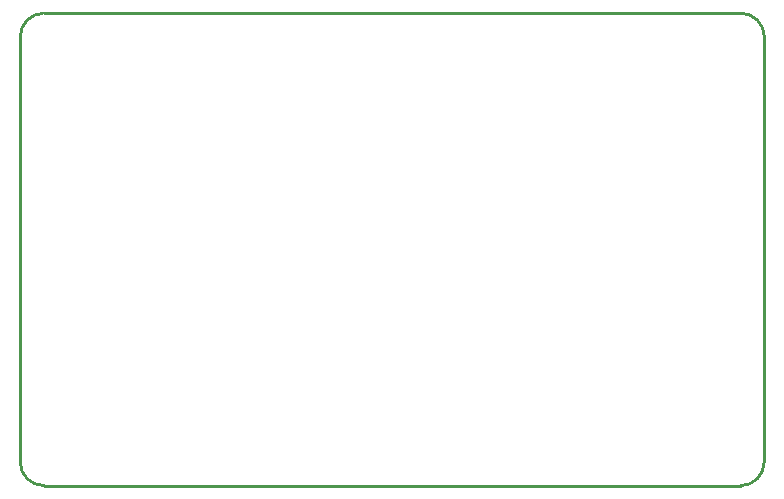
<source format=gko>
G04 Layer: BoardOutlineLayer*
G04 EasyEDA Pro v2.2.43.4, 2025-12-31 16:20:31*
G04 Gerber Generator version 0.3*
G04 Scale: 100 percent, Rotated: No, Reflected: No*
G04 Dimensions in millimeters*
G04 Leading zeros omitted, absolute positions, 4 integers and 5 decimals*
G04 Generated by one-click*
%FSLAX45Y45*%
%MOMM*%
%ADD10C,0.254*%
%ADD11C,0.0146*%
G75*


G04 Rect Start*
G54D10*
G01X0Y124300D02*
G01X0Y3724300D01*
G02X200000Y3924300I200000J0D01*
G01X6100000Y3924300D01*
G02X6300000Y3724300I0J-200000D01*
G01X6300000Y124300D01*
G02X6100000Y-75700I-200000J0D01*
G01X200000Y-75700D01*
G02X0Y124300I0J200000D01*
G04 Rect End*

M02*


</source>
